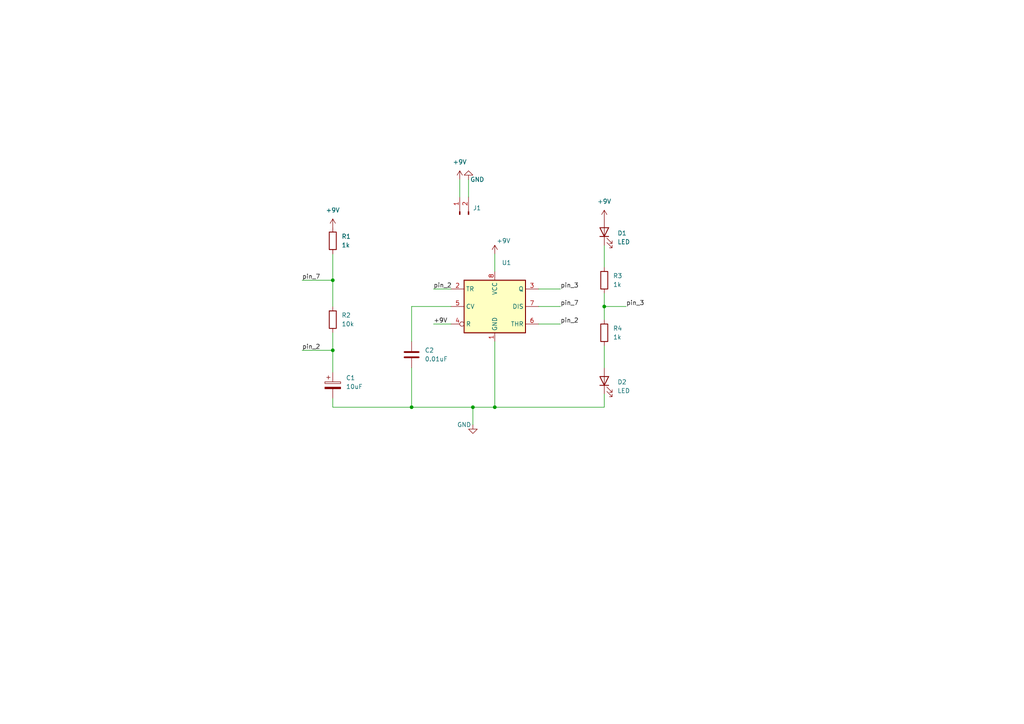
<source format=kicad_sch>
(kicad_sch (version 20211123) (generator eeschema)
  (paper "A4")
  (lib_symbols
    (symbol "Connector:Conn_01x02_Male" (pin_names (offset 1.016) hide)
      (property "Reference" "J" (at 0 2.54 0))
      (property "Value" "Conn_01x02_Male" (at 0 -5.08 0))
      (symbol "Conn_01x02_Male_1_1"
        (polyline (pts (xy 1.27 -2.54) (xy 0.8636 -2.54)) (stroke (width 0.1524)))
        (polyline (pts (xy 1.27 0) (xy 0.8636 0)) (stroke (width 0.1524)))
        (rectangle (start 0.8636 -2.413) (end 0 -2.667) (stroke (width 0.1524)) (fill (type outline)))
        (rectangle (start 0.8636 0.127) (end 0 -0.127) (stroke (width 0.1524)) (fill (type outline)))
        (pin passive line (at 5.08 0 180) (length 3.81) (name "Pin_1") (number "1"))
        (pin passive line (at 5.08 -2.54 180) (length 3.81) (name "Pin_2") (number "2"))
      )
    )
    (symbol "Device:C" (pin_numbers hide) (pin_names (offset 0.254))
      (property "Reference" "C" (at 0.635 2.54 0))
      (property "Value" "C" (at 0.635 -2.54 0))
      (symbol "C_0_1"
        (polyline (pts (xy -2.032 -0.762) (xy 2.032 -0.762)) (stroke (width 0.508)))
        (polyline (pts (xy -2.032 0.762) (xy 2.032 0.762)) (stroke (width 0.508)))
      )
      (symbol "C_1_1"
        (pin passive line (at 0 3.81 270) (length 2.794) (name "~") (number "1"))
        (pin passive line (at 0 -3.81 90) (length 2.794) (name "~") (number "2"))
      )
    )
    (symbol "Device:C_Polarized" (pin_numbers hide) (pin_names (offset 0.254))
      (property "Reference" "C" (at 0.635 2.54 0))
      (property "Value" "C_Polarized" (at 0.635 -2.54 0))
      (symbol "C_Polarized_0_1"
        (rectangle (start -2.286 0.508) (end 2.286 1.016))
        (polyline (pts (xy -1.778 2.286) (xy -0.762 2.286)))
        (polyline (pts (xy -1.27 2.794) (xy -1.27 1.778)))
        (rectangle (start 2.286 -0.508) (end -2.286 -1.016) (fill (type outline)))
      )
      (symbol "C_Polarized_1_1"
        (pin passive line (at 0 3.81 270) (length 2.794) (name "~") (number "1"))
        (pin passive line (at 0 -3.81 90) (length 2.794) (name "~") (number "2"))
      )
    )
    (symbol "Device:LED" (pin_numbers hide) (pin_names (offset 1.016) hide)
      (property "Reference" "D" (at 0 2.54 0))
      (property "Value" "LED" (at 0 -2.54 0))
      (symbol "LED_0_1"
        (polyline (pts (xy -1.27 -1.27) (xy -1.27 1.27)) (stroke (width 0.254)))
        (polyline (pts (xy -1.27 0) (xy 1.27 0)))
        (polyline (pts (xy 1.27 -1.27) (xy 1.27 1.27) (xy -1.27 0) (xy 1.27 -1.27)) (stroke (width 0.254)))
        (polyline (pts (xy -3.048 -0.762) (xy -4.572 -2.286) (xy -3.81 -2.286) (xy -4.572 -2.286) (xy -4.572 -1.524)))
        (polyline (pts (xy -1.778 -0.762) (xy -3.302 -2.286) (xy -2.54 -2.286) (xy -3.302 -2.286) (xy -3.302 -1.524)))
      )
      (symbol "LED_1_1"
        (pin passive line (at -3.81 0 0) (length 2.54) (name "K") (number "1"))
        (pin passive line (at 3.81 0 180) (length 2.54) (name "A") (number "2"))
      )
    )
    (symbol "Device:R" (pin_numbers hide) (pin_names (offset 0))
      (property "Reference" "R" (at 2.032 0 90))
      (property "Value" "R" (at 0 0 90))
      (symbol "R_0_1"
        (rectangle (start -1.016 -2.54) (end 1.016 2.54) (stroke (width 0.254)))
      )
      (symbol "R_1_1"
        (pin passive line (at 0 3.81 270) (length 1.27) (name "~") (number "1"))
        (pin passive line (at 0 -3.81 90) (length 1.27) (name "~") (number "2"))
      )
    )
    (symbol "Timer:NE555D"
      (property "Reference" "U" (at -10.16 8.89 0))
      (property "Value" "NE555D" (at 2.54 8.89 0))
      (symbol "NE555D_0_0"
        (pin power_in line (at 0 -10.16 90) (length 2.54) (name "GND") (number "1"))
        (pin power_in line (at 0 10.16 270) (length 2.54) (name "VCC") (number "8"))
      )
      (symbol "NE555D_0_1"
        (rectangle (start -8.89 -7.62) (end 8.89 7.62) (stroke (width 0.254)) (fill (type background)))
        (rectangle (start -8.89 -7.62) (end 8.89 7.62) (stroke (width 0.254)) (fill (type background)))
      )
      (symbol "NE555D_1_1"
        (pin input line (at -12.7 5.08 0) (length 3.81) (name "TR") (number "2"))
        (pin output line (at 12.7 5.08 180) (length 3.81) (name "Q") (number "3"))
        (pin input inverted (at -12.7 -5.08 0) (length 3.81) (name "R") (number "4"))
        (pin input line (at -12.7 0 0) (length 3.81) (name "CV") (number "5"))
        (pin input line (at 12.7 -5.08 180) (length 3.81) (name "THR") (number "6"))
        (pin input line (at 12.7 0 180) (length 3.81) (name "DIS") (number "7"))
      )
    )
    (symbol "power:+9V" (power) (pin_names (offset 0))
      (property "Value" "+9V" (at 0 3.556 0))
      (symbol "+9V_0_1"
        (polyline (pts (xy -0.762 1.27) (xy 0 2.54)))
        (polyline (pts (xy 0 0) (xy 0 2.54)))
        (polyline (pts (xy 0 2.54) (xy 0.762 1.27)))
      )
      (symbol "+9V_1_1"
        (pin power_in line (at 0 0 90) (length 0) hide (name "+9V") (number "1"))
      )
    )
    (symbol "power:GND" (power) (pin_names (offset 0))
      (property "Value" "GND" (at 0 -3.81 0))
      (symbol "GND_0_1"
        (polyline (pts (xy 0 0) (xy 0 -1.27) (xy 1.27 -1.27) (xy 0 -2.54) (xy -1.27 -1.27) (xy 0 -1.27)))
      )
      (symbol "GND_1_1"
        (pin power_in line (at 0 0 270) (length 0) hide (name "GND") (number "1"))
      )
    )
  )
  (junction (at 96.52 101.6))
  (junction (at 175.26 88.9))
  (junction (at 96.52 81.28))
  (junction (at 143.51 118.11))
  (junction (at 137.16 118.11))
  (junction (at 119.38 118.11))
  (wire (pts (xy 87.63 101.6) (xy 96.52 101.6)))
  (wire (pts (xy 96.52 73.66) (xy 96.52 81.28)))
  (wire (pts (xy 119.38 118.11) (xy 137.16 118.11)))
  (wire (pts (xy 125.73 93.98) (xy 130.81 93.98)))
  (wire (pts (xy 175.26 100.33) (xy 175.26 106.68)))
  (wire (pts (xy 96.52 118.11) (xy 119.38 118.11)))
  (wire (pts (xy 96.52 115.57) (xy 96.52 118.11)))
  (wire (pts (xy 96.52 101.6) (xy 96.52 107.95)))
  (wire (pts (xy 175.26 88.9) (xy 181.61 88.9)))
  (wire (pts (xy 133.35 52.07) (xy 133.35 57.15)))
  (wire (pts (xy 87.63 81.28) (xy 96.52 81.28)))
  (wire (pts (xy 156.21 83.82) (xy 162.56 83.82)))
  (wire (pts (xy 96.52 81.28) (xy 96.52 88.9)))
  (wire (pts (xy 175.26 85.09) (xy 175.26 88.9)))
  (wire (pts (xy 125.73 83.82) (xy 130.81 83.82)))
  (wire (pts (xy 143.51 99.06) (xy 143.51 118.11)))
  (wire (pts (xy 156.21 93.98) (xy 162.56 93.98)))
  (wire (pts (xy 143.51 73.66) (xy 143.51 78.74)))
  (wire (pts (xy 175.26 114.3) (xy 175.26 118.11)))
  (wire (pts (xy 96.52 96.52) (xy 96.52 101.6)))
  (wire (pts (xy 175.26 88.9) (xy 175.26 92.71)))
  (wire (pts (xy 119.38 99.06) (xy 119.38 88.9)))
  (wire (pts (xy 175.26 71.12) (xy 175.26 77.47)))
  (wire (pts (xy 137.16 118.11) (xy 137.16 123.19)))
  (wire (pts (xy 137.16 118.11) (xy 143.51 118.11)))
  (wire (pts (xy 143.51 118.11) (xy 175.26 118.11)))
  (wire (pts (xy 156.21 88.9) (xy 162.56 88.9)))
  (wire (pts (xy 135.89 52.07) (xy 135.89 57.15)))
  (wire (pts (xy 119.38 106.68) (xy 119.38 118.11)))
  (wire (pts (xy 119.38 88.9) (xy 130.81 88.9)))
  (label "pin_7" (at 162.56 88.9 0))
  (label "+9V" (at 125.73 93.98 0))
  (label "pin_7" (at 87.63 81.28 0))
  (label "pin_2" (at 125.73 83.82 0))
  (label "pin_2" (at 162.56 93.98 0))
  (label "pin_2" (at 87.63 101.6 0))
  (label "pin_3" (at 181.61 88.9 0))
  (label "pin_3" (at 162.56 83.82 0))
  (symbol (lib_id "power:GND") (at 135.89 52.07 180) (unit 1)
    (property "Reference" "#PWR02" (effects hide))
    (property "Value" "GND" (at 138.43 52.07 0))
  )
  (symbol (lib_id "Device:C") (at 119.38 102.87 0) (unit 1)
    (property "Reference" "C2" (at 123.19 101.5999 0) (effects (justify left)))
    (property "Value" "0.01uF" (at 123.19 104.1399 0) (effects (justify left)))
  )
  (symbol (lib_id "power:+9V") (at 143.51 73.66 0) (unit 1)
    (property "Reference" "#PWR05" (effects hide))
    (property "Value" "+9V" (at 146.05 69.85 0))
  )
  (symbol (lib_id "power:+9V") (at 133.35 52.07 0) (unit 1)
    (property "Reference" "#PWR01" (effects hide))
    (property "Value" "+9V" (at 133.35 46.99 0))
  )
  (symbol (lib_id "power:+9V") (at 96.52 66.04 0) (unit 1)
    (property "Reference" "#PWR04" (effects hide))
    (property "Value" "+9V" (at 96.52 60.96 0))
  )
  (symbol (lib_id "Device:C_Polarized") (at 96.52 111.76 0) (unit 1)
    (property "Reference" "C1" (at 100.33 109.6009 0) (effects (justify left)))
    (property "Value" "10uF" (at 100.33 112.1409 0) (effects (justify left)))
  )
  (symbol (lib_id "power:GND") (at 137.16 123.19 0) (unit 1)
    (property "Reference" "#PWR06" (effects hide))
    (property "Value" "GND" (at 134.62 123.19 0))
  )
  (symbol (lib_id "Device:LED") (at 175.26 110.49 90) (unit 1)
    (property "Reference" "D2" (at 179.07 110.8074 90) (effects (justify right)))
    (property "Value" "LED" (at 179.07 113.3474 90) (effects (justify right)))
  )
  (symbol (lib_id "Device:R") (at 175.26 81.28 0) (unit 1)
    (property "Reference" "R3" (at 177.8 80.0099 0) (effects (justify left)))
    (property "Value" "1k" (at 177.8 82.5499 0) (effects (justify left)))
  )
  (symbol (lib_id "Timer:NE555D") (at 143.51 88.9 0) (unit 1)
    (property "Reference" "U1" (at 145.5294 76.2 0) (effects (justify left)))
    (property "Value" " " (at 145.5294 78.74 0) (effects (justify left)))
    (property "Footprint" "Package_SO:SOIC-8_3.9x4.9mm_P1.27mm" (effects hide))
    (property "Datasheet" "http://www.ti.com/lit/ds/symlink/ne555.pdf" (effects hide))
  )
  (symbol (lib_id "Device:R") (at 175.26 96.52 0) (unit 1)
    (property "Reference" "R4" (at 177.8 95.2499 0) (effects (justify left)))
    (property "Value" "1k" (at 177.8 97.7899 0) (effects (justify left)))
  )
  (symbol (lib_id "Device:LED") (at 175.26 67.31 90) (unit 1)
    (property "Reference" "D1" (at 179.07 67.6274 90) (effects (justify right)))
    (property "Value" "LED" (at 179.07 70.1674 90) (effects (justify right)))
  )
  (symbol (lib_id "Device:R") (at 96.52 92.71 0) (unit 1)
    (property "Reference" "R2" (at 99.06 91.4399 0) (effects (justify left)))
    (property "Value" "10k" (at 99.06 93.9799 0) (effects (justify left)))
  )
  (symbol (lib_id "power:+9V") (at 175.26 63.5 0) (unit 1)
    (property "Reference" "#PWR03" (effects hide))
    (property "Value" "+9V" (at 175.26 58.42 0))
  )
  (symbol (lib_id "Connector:Conn_01x02_Male") (at 133.35 62.23 90) (unit 1)
    (property "Reference" "J1" (at 137.16 60.3249 90) (effects (justify right)))
    (property "Value" " " (at 137.16 62.8649 90) (effects (justify right)))
  )
  (symbol (lib_id "Device:R") (at 96.52 69.85 0) (unit 1)
    (property "Reference" "R1" (at 99.06 68.5799 0) (effects (justify left)))
    (property "Value" "1k" (at 99.06 71.1199 0) (effects (justify left)))
  )
)
</source>
